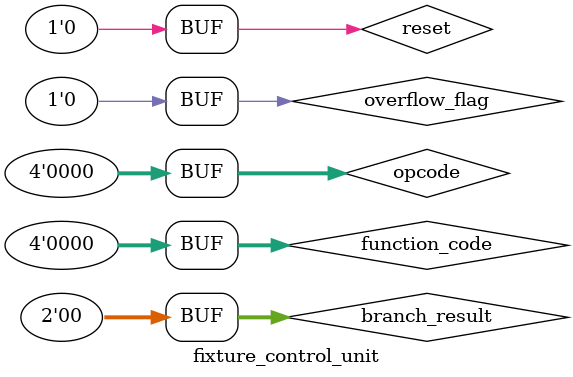
<source format=v>
`include "cont_unit.v"
module fixture_control_unit();
	reg [3:0] opcode, function_code;
	reg [1:0] branch_result;
	reg overflow_flag, reset;
	
	wire ex_flush, id_flush, halt, if_flush, pc_op, b_jmp, byte_en, mem_write, mux_c, r0_select, overflow_error_warning, alu_src_a, alu_src_b;
	
	wire [1:0] alu_op, reg_write;
	
	control_unit uut(
		.opcode(opcode),
		.function_code(function_code),
		.branch_result(branch_result),
		.overflow_flag(overflow_flag),
		.reset(reset),
		.ex_flush(ex_flush),
		.id_flush(id_flush),
		.halt(halt),
		.if_flush(if_flush),
		.pc_op(pc_op),
		.b_jmp(b_jmp),
		.byte_en(byte_en),
		.mem_write(mem_write),
		.mux_c(mux_c),
		.r0_select(r0_select),
		.overflow_error_warning(overflow_error_warning),
		.alu_src_a(alu_src_a),
		.alu_src_b(alu_src_b),
		.alu_op(alu_op),
		.reg_write(reg_write)
	);
	
	initial
		{opcode, function_code, branch_result, overflow_flag, reset} = 0;
		
	always@(*)begin
		#3;
		$display("\n====INPUT========\n");
		$display("reset = %h", uut.reset);
		$display("opcode = %b", uut.opcode);
		$display("function_code = %b", uut.function_code);
		$display("branch_result = %b", uut.branch_result);
		$display("overflow_flag = %h", uut.overflow_flag);
	
		$display("\n====OUTPUT========\n");
		$display("ex_flush = %h", uut.ex_flush);
		$display("id_flush = %h", uut.id_flush);
		$display("halt = %h", uut.halt);
		$display("if_flush = %h", uut.if_flush);
		$display("pc_op = %h", uut.pc_op);
		$display("b_jmp = %h", uut.b_jmp);
		$display("byte_en = %h", uut.byte_en);
		$display("mem_write = %h", uut.mem_write);
		$display("mux_c = %h", uut.mux_c);
		$display("r0_select = %h", uut.r0_select);
		$display("overflow_error_warning = %h", uut.overflow_error_warning);
		$display("alu_src_a = %h", uut.alu_src_a);
		$display("alu_src_b = %h", uut.alu_src_b);
		$display("alu_op = %h", uut.alu_op);
		$display("reg_write = %h", uut.reg_write);
		
	end
	
	initial begin
		reset = 1;
		#10 reset = 0;
		#10 reset = 1;
		//{opcode, function_code, branch_result, overflow_flag, reset} = 0;
		#10 opcode = 4'b 1111;
			#10 function_code = 4'b 1000;
			#10 function_code = 4'b 0001;
			#10 function_code = 4'b 0100;
			#10 function_code = 4'b 0000;
			#10 function_code = 4'b 0010;
			#10 function_code = 4'b 0000;
		#10 opcode = 4'b 0001;
		#10 opcode = 4'b 0010;
		#10 opcode = 4'b 1010;
		#10 opcode = 4'b 1011;
		#10 opcode = 4'b 1100;
		#10 opcode = 4'b 1101;
		#10 opcode = 4'b 0101;
			#10 branch_result = 2'b11;
			#10 branch_result = 2'b01;
			#10 branch_result = 2'b10;
			#10 branch_result = 2'b00;
		#10 opcode = 4'b 0100;
			#10 branch_result = 2'b11;
			#10 branch_result = 2'b01;
			#10 branch_result = 2'b10;
			#10 branch_result = 2'b00;
		#10 opcode = 4'b 0110;
			#10 branch_result = 2'b11;
			#10 branch_result = 2'b01;
			#10 branch_result = 2'b10;
			#10 branch_result = 2'b00;
		#10 opcode = 4'b 0111;
		#10 opcode = 4'b 0000;
		
	end
endmodule
</source>
